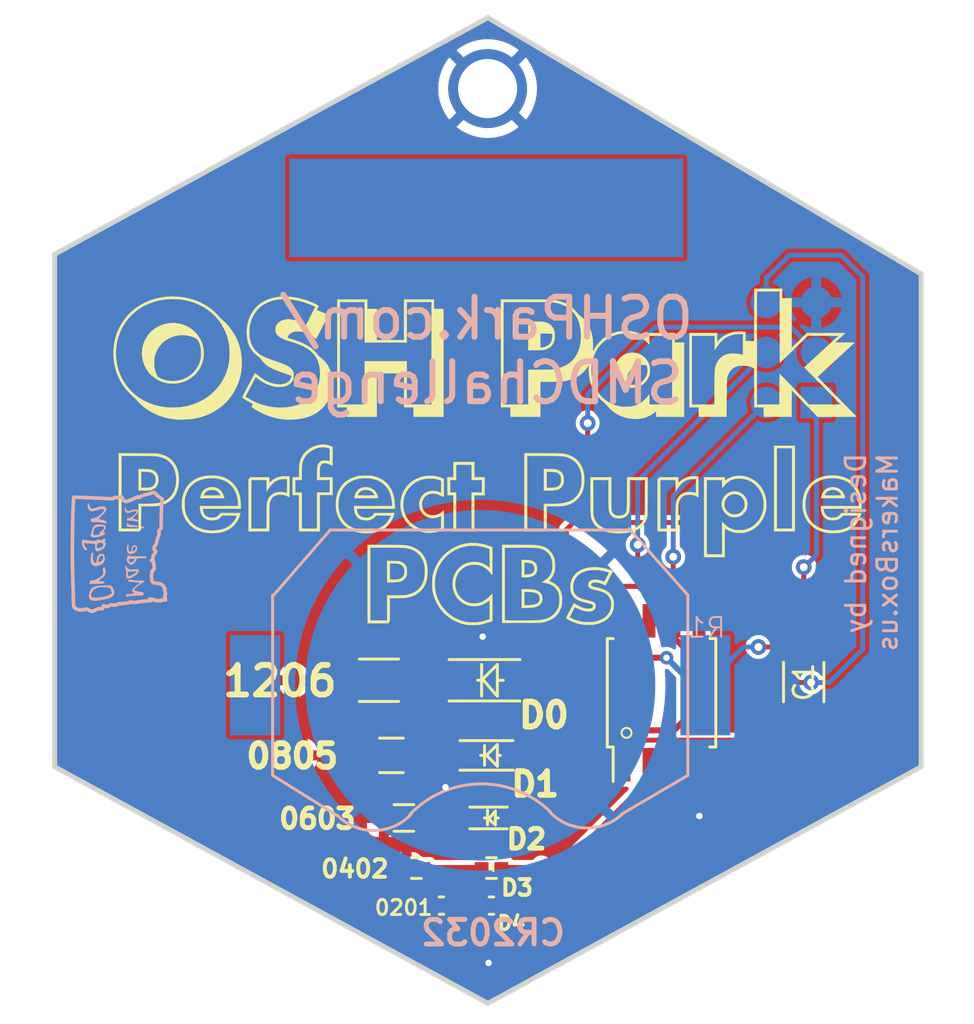
<source format=kicad_pcb>
(kicad_pcb (version 20201220) (generator pcbnew)
  (layers (0 "F.Cu" signal) (31 "B.Cu" signal) (34 "B.Paste" user) (35 "F.Paste" user) (36 "B.SilkS" user "B.Silkscreen") (37 "F.SilkS" user "F.Silkscreen") (38 "B.Mask" user) (39 "F.Mask" user) (44 "Edge.Cuts" user))
  (net 0 "")
  (net 1 "GND")
  (net 2 "+BATT")
  (net 3 "Net-(CON1-Pad1)")
  (net 4 "Net-(CON1-Pad3)")
  (net 5 "Net-(CON1-Pad4)")
  (net 6 "Net-(CON1-Pad5)")
  (net 7 "Net-(D1-Pad1)")
  (net 8 "Net-(D2-Pad1)")
  (net 9 "Net-(D3-Pad1)")
  (net 10 "Net-(D0-Pad1)")
  (net 11 "Net-(D3-Pad2)")
  (net 12 "Net-(D4-Pad2)")
  (net 13 "Net-(D4-Pad1)")
  (footprint "footprints:testPad" (layer "F.Cu") (at 200.4325 107.2475)
    (fp_text reference "PG2" hide)
    (fp_text value "CONN_01X01")
    (pad "1" smd oval (at 0 0) (size 0.508 0.762) (layers "F.Cu" "F.Paste" "F.Mask") (net 1 "GND"))
  )
  (footprint "footprints:R_1206" (layer "F.Cu") (at 203.0995 100.2625 180)
    (fp_text reference "R0" hide)
    (fp_text value "330")
    (pad "1" smd rect (at -1.778 0 180) (size 1.1 1.7) (layers "F.Cu" "F.Paste" "F.Mask") (net 10 "Net-(D0-Pad1)"))
    (pad "2" smd rect (at 1.651 0 180) (size 1.1 1.7) (layers "F.Cu" "F.Paste" "F.Mask") (net 1 "GND"))
  )
  (footprint "hex-smd-challenge:oshpark-v2-ppp" (layer "F.Cu") (at 212.94 106.03)
    (fp_text reference "Ref**" hide)
    (fp_text value "Val**" hide)
  )
  (footprint "footprints:testPad" (layer "F.Cu") (at 212.6245 100.2625)
    (fp_text reference "P0" hide)
    (fp_text value "CONN_01X01")
    (pad "1" smd oval (at 0 0) (size 0.508 0.762) (layers "F.Cu" "F.Paste" "F.Mask") (net 5 "Net-(CON1-Pad4)"))
  )
  (footprint "myFootPrints:MadeInOregonRev25" (layer "F.Cu") (at 189.895 93.75 -90)
    (fp_text reference "VAL" hide)
    (fp_text value "MadeInOregonRev25" hide)
  )
  (footprint "Pin_Headers:Pin_Header_Straight_1x01" (layer "F.Cu") (at 208.44 70.5)
    (fp_text reference "P1" hide)
    (fp_text value "CONN_01X01")
    (pad "" thru_hole circle (at 0.18 -0.25) (size 4 4) (drill 3) (layers *.Cu *.Mask) (net 1 "GND"))
  )
  (footprint "footprints:testPad" (layer "F.Cu") (at 204.687 111.6925)
    (fp_text reference "PG4" hide)
    (fp_text value "CONN_01X01")
    (pad "1" smd oval (at 0 0) (size 0.508 0.762) (layers "F.Cu" "F.Paste" "F.Mask") (net 1 "GND"))
  )
  (footprint "footprints:SOIJ-8_5.3x5.3mm_Pitch1.27mm" (layer "F.Cu") (at 217.4505 100.8975 90)
    (fp_text reference "IC1" hide)
    (fp_text value "IC1")
    (pad "1" smd rect (at -3.65 -1.905 90) (size 1.7 0.65) (layers "F.Cu" "F.Paste" "F.Mask") (net 6 "Net-(CON1-Pad5)"))
    (pad "2" smd rect (at -3.65 -0.635 90) (size 1.7 0.65) (layers "F.Cu" "F.Paste" "F.Mask") (net 11 "Net-(D3-Pad2)"))
    (pad "3" smd rect (at -3.65 0.635 90) (size 1.7 0.65) (layers "F.Cu" "F.Paste" "F.Mask") (net 12 "Net-(D4-Pad2)"))
    (pad "4" smd rect (at -3.65 1.905 90) (size 1.7 0.65) (layers "F.Cu" "F.Paste" "F.Mask") (net 1 "GND"))
    (pad "5" smd rect (at 3.65 1.905 90) (size 1.7 0.65) (layers "F.Cu" "F.Paste" "F.Mask") (net 5 "Net-(CON1-Pad4)"))
    (pad "6" smd rect (at 3.65 0.635 90) (size 1.7 0.65) (layers "F.Cu" "F.Paste" "F.Mask") (net 3 "Net-(CON1-Pad1)"))
    (pad "7" smd rect (at 3.65 -0.635 90) (size 1.7 0.65) (layers "F.Cu" "F.Paste" "F.Mask") (net 4 "Net-(CON1-Pad3)"))
    (pad "8" smd rect (at 3.65 -1.905 90) (size 1.7 0.65) (layers "F.Cu" "F.Paste" "F.Mask") (net 2 "+BATT"))
  )
  (footprint "footprints:R_0402" (layer "F.Cu") (at 205.0045 109.7875 180)
    (fp_text reference "R3" hide)
    (fp_text value "330")
    (pad "1" smd rect (at -0.4 0 180) (size 0.6 0.6) (layers "F.Cu" "F.Paste" "F.Mask") (net 9 "Net-(D3-Pad1)"))
    (pad "2" smd rect (at 0.5 0 180) (size 0.6 0.6) (layers "F.Cu" "F.Paste" "F.Mask") (net 1 "GND"))
  )
  (footprint "hex-smd-challenge:oshpark-v2-oshpark" (layer "F.Cu") (at 212.49 107.12)
    (fp_text reference "Ref**" hide)
    (fp_text value "Val**" hide)
  )
  (footprint "LED_0402" (layer "F.Cu") (at 208.8145 109.7875)
    (fp_text reference "D3" (at 1.3 1) (layer "F.SilkS") (effects (font (size 0.8 0.8) (thickness 0.2))))
    (fp_text value "LED")
    (pad "1" smd rect (at -0.5 0) (size 0.7 0.6) (layers "F.Cu" "F.Paste" "F.Mask") (net 9 "Net-(D3-Pad1)"))
    (pad "2" smd rect (at 0.5 0) (size 0.7 0.6) (layers "F.Cu" "F.Paste" "F.Mask") (net 11 "Net-(D3-Pad2)"))
  )
  (footprint "footprints:R_0805" (layer "F.Cu") (at 203.7345 104.0725 180)
    (fp_text reference "R1" hide)
    (fp_text value "330")
    (pad "1" smd rect (at -1.143 0 180) (size 0.9 1.3) (layers "F.Cu" "F.Paste" "F.Mask") (net 7 "Net-(D1-Pad1)"))
    (pad "2" smd rect (at 1.143 0 180) (size 0.9 1.3) (layers "F.Cu" "F.Paste" "F.Mask") (net 1 "GND"))
  )
  (footprint "footprints:testPad" (layer "F.Cu") (at 211.1005 111.6925)
    (fp_text reference "P4" hide)
    (fp_text value "CONN_01X01")
    (pad "1" smd oval (at 0 0) (size 0.508 0.762) (layers "F.Cu" "F.Paste" "F.Mask") (net 12 "Net-(D4-Pad2)"))
  )
  (footprint "footprints:testPad" (layer "F.Cu") (at 212.1165 104.0725)
    (fp_text reference "P1" hide)
    (fp_text value "CONN_01X01")
    (pad "1" smd oval (at 0 0) (size 0.508 0.762) (layers "F.Cu" "F.Paste" "F.Mask") (net 3 "Net-(CON1-Pad1)"))
  )
  (footprint "footprints:LED-0805" (layer "F.Cu") (at 208.8145 104.0725)
    (fp_text reference "D1" (at 2.2225 1.4605) (layer "F.SilkS") (effects (font (size 1.2 1.2) (thickness 0.3))))
    (fp_text value "LED")
    (pad "1" smd rect (at -1.27 0 180) (size 1.3 1.19888) (layers "F.Cu" "F.Paste" "F.Mask") (net 7 "Net-(D1-Pad1)"))
    (pad "2" smd rect (at 1.143 0 180) (size 1.3 1.19888) (layers "F.Cu" "F.Paste" "F.Mask") (net 3 "Net-(CON1-Pad1)"))
  )
  (footprint "footprints:testPad" (layer "F.Cu") (at 198.7815 100.2625)
    (fp_text reference "PG0" hide)
    (fp_text value "CONN_01X01")
    (pad "1" smd oval (at 0 0) (size 0.508 0.762) (layers "F.Cu" "F.Paste" "F.Mask") (net 1 "GND"))
  )
  (footprint "footprints:LED-0603" (layer "F.Cu") (at 208.8145 107.2475)
    (fp_text reference "D2" (at 1.778 1.0795) (layer "F.SilkS") (effects (font (thickness 0.25))))
    (fp_text value "LED")
    (pad "1" smd rect (at -0.889 0 180) (size 1 0.79756) (layers "F.Cu" "F.Paste" "F.Mask") (net 8 "Net-(D2-Pad1)"))
    (pad "2" smd rect (at 0.889 0 180) (size 1 0.79756) (layers "F.Cu" "F.Paste" "F.Mask") (net 4 "Net-(CON1-Pad3)"))
  )
  (footprint "footprints:testPad" (layer "F.Cu") (at 211.7355 107.2475)
    (fp_text reference "P2" hide)
    (fp_text value "CONN_01X01")
    (pad "1" smd oval (at 0 0) (size 0.508 0.762) (layers "F.Cu" "F.Paste" "F.Mask") (net 4 "Net-(CON1-Pad3)"))
  )
  (footprint "footprints:testPad" (layer "F.Cu") (at 199.226 104.0725)
    (fp_text reference "PG1" hide)
    (fp_text value "CONN_01X01")
    (pad "1" smd oval (at 0 0) (size 0.508 0.762) (layers "F.Cu" "F.Paste" "F.Mask") (net 1 "GND"))
  )
  (footprint "footprints:LED-1206" (layer "F.Cu") (at 208.8145 100.2625)
    (fp_text reference "D0" (at 2.667 1.778) (layer "F.SilkS") (effects (font (size 1.25 1.25) (thickness 0.3125))))
    (fp_text value "LED")
    (pad "1" smd rect (at -1.651 0 180) (size 1.7 1.80086) (layers "F.Cu" "F.Paste" "F.Mask") (net 10 "Net-(D0-Pad1)"))
    (pad "2" smd rect (at 1.524 0 180) (size 1.7 1.80086) (layers "F.Cu" "F.Paste" "F.Mask") (net 5 "Net-(CON1-Pad4)"))
  )
  (footprint "footprints:R_0603" (layer "F.Cu") (at 204.3695 107.2475 180)
    (fp_text reference "R2" hide)
    (fp_text value "330")
    (pad "1" smd rect (at -0.889 0 180) (size 0.7 0.9) (layers "F.Cu" "F.Paste" "F.Mask") (net 8 "Net-(D2-Pad1)"))
    (pad "2" smd rect (at 1.016 0 180) (size 0.7 0.9) (layers "F.Cu" "F.Paste" "F.Mask") (net 1 "GND"))
  )
  (footprint "footprints:R_0201" (layer "F.Cu") (at 206.2745 111.6925 180)
    (fp_text reference "R4" hide)
    (fp_text value "330")
    (pad "1" smd rect (at -0.4 0 180) (size 0.45 0.43) (layers "F.Cu" "F.Paste" "F.Mask") (net 13 "Net-(D4-Pad1)"))
    (pad "2" smd rect (at 0.4 0 180) (size 0.45 0.43) (layers "F.Cu" "F.Paste" "F.Mask") (net 1 "GND"))
  )
  (footprint "LED_0201" (layer "F.Cu") (at 208.8145 111.6925)
    (fp_text reference "D4" (at 1.016 0.889) (layer "F.SilkS") (effects (font (size 0.7 0.7) (thickness 0.175))))
    (fp_text value "LED")
    (pad "1" smd rect (at -0.3 0) (size 0.4 0.4) (layers "F.Cu" "F.Paste" "F.Mask") (net 13 "Net-(D4-Pad1)"))
    (pad "2" smd rect (at 0.3 0) (size 0.4 0.4) (layers "F.Cu" "F.Paste" "F.Mask") (net 12 "Net-(D4-Pad2)"))
  )
  (footprint "footprints:C_1206_HandSoldering" (layer "F.Cu") (at 224.67 100.353 90)
    (fp_text reference "C1" (at 0 0 270) (layer "F.SilkS"))
    (fp_text value "0.1 uF")
    (pad "1" smd rect (at -1.778 0 90) (size 1.6 1.6) (layers "F.Cu" "F.Paste" "F.Mask") (net 1 "GND"))
    (pad "2" smd rect (at 1.778 0 90) (size 1.6 1.6) (layers "F.Cu" "F.Paste" "F.Mask") (net 2 "+BATT"))
  )
  (footprint "footprints:testPad" (layer "F.Cu") (at 202.274 109.7875)
    (fp_text reference "PG3" hide)
    (fp_text value "CONN_01X01")
    (pad "1" smd oval (at 0 0) (size 0.508 0.762) (layers "F.Cu" "F.Paste" "F.Mask") (net 1 "GND"))
  )
  (footprint "footprints:testPad" (layer "F.Cu") (at 211.3545 109.7875)
    (fp_text reference "P3" hide)
    (fp_text value "CONN_01X01")
    (pad "1" smd oval (at 0 0) (size 0.508 0.762) (layers "F.Cu" "F.Paste" "F.Mask") (net 11 "Net-(D3-Pad2)"))
  )
  (footprint "footprints:AVR-ISP-6" (layer "B.Cu") (at 222.77 86.175)
    (fp_text reference "CON1" hide)
    (fp_text value "AVR-ISP-6" hide)
    (pad "1" smd oval (at 0 0) (size 1.6 1.6) (layers "B.Cu" "B.Paste" "B.Mask") (net 3 "Net-(CON1-Pad1)"))
    (pad "2" smd rect (at 2.54 0) (size 1.6 1.6) (layers "B.Cu" "B.Paste" "B.Mask") (net 2 "+BATT"))
    (pad "3" smd oval (at 0 -2.54) (size 1.6 1.6) (layers "B.Cu" "B.Paste" "B.Mask") (net 4 "Net-(CON1-Pad3)"))
    (pad "4" smd oval (at 2.54 -2.54) (size 1.6 1.6) (layers "B.Cu" "B.Paste" "B.Mask") (net 5 "Net-(CON1-Pad4)"))
    (pad "5" smd oval (at 0 -5.08) (size 1.6 1.6) (layers "B.Cu" "B.Paste" "B.Mask") (net 6 "Net-(CON1-Pad5)"))
    (pad "6" smd oval (at 2.54 -5.08) (size 1.6 1.6) (layers "B.Cu" "B.Paste" "B.Mask") (net 1 "GND"))
  )
  (footprint "footprints:BATT_CR2032_SMD" (layer "B.Cu") (at 208.245 100.515 180)
    (fp_text reference "BT1" hide)
    (fp_text value "Battery" hide)
    (pad "1" smd rect (at 11.43 0 180) (size 2.54 5.08) (layers "B.Cu" "B.Paste" "B.Mask"))
    (pad "1" smd rect (at -11.43 0 180) (size 2.54 5.08) (layers "B.Cu" "B.Paste" "B.Mask") (net 2 "+BATT"))
    (pad "2" smd circle (at 0 0 180) (size 17.78 17.78) (layers "B.Cu" "B.Paste" "B.Mask") (net 1 "GND"))
  )
  (footprint "Connect:1pin" (layer "B.Cu") (at 208.545 76.3)
    (fp_text reference "REF**" hide)
    (fp_text value "1pin")
    (pad "1" smd rect (at 0 0) (size 20 5) (layers "B.Cu" "B.Paste" "B.Mask"))
  )
  (gr_line (start 230.6338 104.652) (end 230.6338 79.652) (angle 90) (layer "Edge.Cuts") (width 0.254))
  (gr_line (start 186.6338 104.652) (end 208.6338 116.652) (angle 90) (layer "Edge.Cuts") (width 0.254))
  (gr_line (start 230.6338 79.652) (end 208.6338 66.652) (angle 90) (layer "Edge.Cuts") (width 0.254))
  (gr_line (start 186.6338 78.652) (end 186.6338 104.652) (angle 90) (layer "Edge.Cuts") (width 0.254))
  (gr_line (start 208.6338 116.652) (end 230.6338 104.652) (angle 90) (layer "Edge.Cuts") (width 0.254))
  (gr_line (start 208.6338 66.652) (end 186.6338 78.652) (angle 90) (layer "Edge.Cuts") (width 0.254))
  (gr_text "CR2032" (at 208.895 113.075) (layer "B.SilkS") (effects (font (size 1.25 1.25) (thickness 0.25)) (justify mirror)))
  (gr_text "OSHPark.com/\nSMDChallenge" (at 208.545 83.55) (layer "B.SilkS") (effects (font (size 2.032 1.905) (thickness 0.3048)) (justify mirror)))
  (gr_text "R1" (at 219.7365 97.5955) (layer "B.SilkS") (effects (font (size 1 1) (thickness 0.1)) (justify mirror)))
  (gr_text "Designed by\nMakersBox.us" (at 228.12 88.65 90) (layer "B.SilkS") (effects (font (size 1 1)) (justify left mirror)))
  (gr_text "0201" (at 204.3557 111.7981) (layer "F.SilkS") (effects (font (size 0.762 0.762))))
  (gr_text "0805" (at 198.7042 104.1146) (layer "F.SilkS") (effects (font (size 1.2 1.2) (thickness 0.3))))
  (gr_text "0603" (at 199.9742 107.2896) (layer "F.SilkS") (effects (font (size 1 1) (thickness 0.25))))
  (gr_text "1206" (at 198.0692 100.3046) (layer "F.SilkS") (effects (font (size 1.5 1.5) (thickness 0.3))))
  (gr_text "0402" (at 201.8792 109.8296) (layer "F.SilkS") (effects (font (size 0.889 0.889) (thickness 0.2))))
  (segment (start 204.687 111.6925) (end 205.8745 111.6925) (width 0.3048) (layer "F.Cu") (net 1))
  (segment (start 199.353 104.0725) (end 202.5915 104.0725) (width 0.3048) (layer "F.Cu") (net 1))
  (segment (start 200.4325 107.2475) (end 203.3535 107.2475) (width 0.3048) (layer "F.Cu") (net 1))
  (segment (start 204.5045 109.7875) (end 204.5045 111.51) (width 0.3048) (layer "F.Cu") (net 1))
  (segment (start 202.274 109.7875) (end 204.5045 109.7875) (width 0.3048) (layer "F.Cu") (net 1))
  (segment (start 219.3555 107.1355) (end 219.37 107.15) (width 0.3048) (layer "F.Cu") (net 1))
  (segment (start 204.5045 111.51) (end 204.687 111.6925) (width 0.3048) (layer "F.Cu") (net 1))
  (segment (start 201.4485 100.2625) (end 198.7815 100.2625) (width 0.3048) (layer "F.Cu") (net 1))
  (segment (start 219.3555 104.5475) (end 219.3555 107.1355) (width 0.3048) (layer "F.Cu") (net 1))
  (via (at 206.48 105.69) (size 0.6858) (drill 0.3302) (layers "F.Cu" "B.Cu") (net 1))
  (via (at 208.67 114.6) (size 0.6858) (drill 0.3302) (layers "F.Cu" "B.Cu") (net 1))
  (via (at 219.37 107.15) (size 0.6858) (drill 0.3302) (layers "F.Cu" "B.Cu") (net 1))
  (via (at 208.37 98.05) (size 0.6858) (drill 0.3302) (layers "F.Cu" "B.Cu") (net 1))
  (segment (start 215.5455 98.2305) (end 216.4345 99.1195) (width 0.3048) (layer "F.Cu") (net 2))
  (segment (start 224.67 98.575) (end 222.37 98.575) (width 0.25) (layer "F.Cu") (net 2))
  (segment (start 224.67 94.525) (end 224.67 98.575) (width 0.25) (layer "F.Cu") (net 2))
  (segment (start 216.4345 99.1195) (end 217.7045 99.1195) (width 0.3048) (layer "F.Cu") (net 2))
  (segment (start 215.5455 97.2475) (end 215.5455 98.2305) (width 0.3048) (layer "F.Cu") (net 2))
  (via (at 222.37 98.575) (size 0.8) (drill 0.4) (layers "F.Cu" "B.Cu") (net 2))
  (via (at 217.7045 99.1195) (size 0.6858) (drill 0.3302) (layers "F.Cu" "B.Cu") (net 2))
  (via (at 224.67 94.525) (size 0.8) (drill 0.4) (layers "F.Cu" "B.Cu") (net 2))
  (segment (start 222.37 98.575) (end 221.615 98.575) (width 0.25) (layer "B.Cu") (net 2))
  (segment (start 225.31 86.175) (end 225.32 86.185) (width 0.25) (layer "B.Cu") (net 2))
  (segment (start 225.32 93.9) (end 224.695 94.525) (width 0.25) (layer "B.Cu") (net 2))
  (segment (start 224.695 94.525) (end 224.67 94.525) (width 0.25) (layer "B.Cu") (net 2))
  (segment (start 217.7045 99.1195) (end 219.6095 101.0245) (width 0.3048) (layer "B.Cu") (net 2))
  (segment (start 225.32 86.185) (end 225.32 93.9) (width 0.25) (layer "B.Cu") (net 2))
  (segment (start 221.615 98.575) (end 219.675 100.515) (width 0.25) (layer "B.Cu") (net 2))
  (segment (start 212.1165 104.0725) (end 212.2435 104.0725) (width 0.3048) (layer "F.Cu") (net 3))
  (segment (start 218.0855 98.1035) (end 219.1015 99.1195) (width 0.3048) (layer "F.Cu") (net 3))
  (segment (start 213.3865 102.8025) (end 216.0535 102.8025) (width 0.3048) (layer "F.Cu") (net 3))
  (segment (start 213.3865 102.8025) (end 212.2435 104.0725) (width 0.3048) (layer "F.Cu") (net 3))
  (segment (start 218.0855 102.8025) (end 216.0535 102.8025) (width 0.3048) (layer "F.Cu") (net 3))
  (segment (start 218.045 94) (end 218.045 97.207) (width 0.25) (layer "F.Cu") (net 3))
  (segment (start 219.1015 101.7865) (end 218.0855 102.8025) (width 0.3048) (layer "F.Cu") (net 3))
  (segment (start 218.0855 97.2475) (end 218.0855 98.1035) (width 0.3048) (layer "F.Cu") (net 3))
  (segment (start 219.1015 99.1195) (end 219.1015 101.7865) (width 0.3048) (layer "F.Cu") (net 3))
  (segment (start 209.9575 104.0725) (end 212.1165 104.0725) (width 0.3048) (layer "F.Cu") (net 3))
  (segment (start 218.045 97.207) (end 218.0855 97.2475) (width 0.25) (layer "F.Cu") (net 3))
  (via (at 218.045 94) (size 0.8) (drill 0.4) (layers "F.Cu" "B.Cu") (net 3))
  (segment (start 218.045 90.9) (end 218.045 94) (width 0.25) (layer "B.Cu") (net 3))
  (segment (start 222.77 86.175) (end 218.045 90.9) (width 0.25) (layer "B.Cu") (net 3))
  (segment (start 214.0215 101.0245) (end 213.1325 101.9135) (width 0.3048) (layer "F.Cu") (net 4))
  (segment (start 216.24 93.39) (end 216.24 95.47) (width 0.25) (layer "F.Cu") (net 4))
  (segment (start 216.24 95.47) (end 216.27 95.5) (width 0.25) (layer "F.Cu") (net 4))
  (segment (start 208.8145 102.9295) (end 209.7035 102.0405) (width 0.3048) (layer "F.Cu") (net 4))
  (segment (start 215.45 95.5) (end 216.27 95.5) (width 0.25) (layer "F.Cu") (net 4))
  (segment (start 214.71 95.5) (end 215.45 95.5) (width 0.25) (layer "F.Cu") (net 4))
  (segment (start 216.8155 96.0455) (end 216.8155 97.2475) (width 0.25) (layer "F.Cu") (net 4))
  (segment (start 209.7035 107.2475) (end 209.7035 106.4855) (width 0.3048) (layer "F.Cu") (net 4))
  (segment (start 213.1325 101.9135) (end 209.8305 101.9135) (width 0.3048) (layer "F.Cu") (net 4))
  (segment (start 214.18 100.866) (end 214.18 96.03) (width 0.25) (layer "F.Cu") (net 4))
  (segment (start 214.0215 101.0245) (end 214.18 100.866) (width 0.25) (layer "F.Cu") (net 4))
  (segment (start 209.7035 106.4855) (end 208.8145 105.5965) (width 0.3048) (layer "F.Cu") (net 4))
  (segment (start 209.8305 101.9135) (end 209.7035 102.0405) (width 0.3048) (layer "F.Cu") (net 4))
  (segment (start 214.18 96.03) (end 214.71 95.5) (width 0.25) (layer "F.Cu") (net 4))
  (segment (start 208.8145 105.5965) (end 208.8145 102.9295) (width 0.3048) (layer "F.Cu") (net 4))
  (segment (start 216.27 95.5) (end 216.8155 96.0455) (width 0.25) (layer "F.Cu") (net 4))
  (segment (start 209.7035 107.2475) (end 211.7355 107.2475) (width 0.3048) (layer "F.Cu") (net 4))
  (via (at 216.24 93.39) (size 0.8) (drill 0.4) (layers "F.Cu" "B.Cu") (net 4))
  (segment (start 222.77 83.635) (end 216.24 90.165) (width 0.25) (layer "B.Cu") (net 4))
  (segment (start 216.24 90.165) (end 216.24 93.2) (width 0.25) (layer "B.Cu") (net 4))
  (segment (start 216.24 93.2) (end 216.24 93.39) (width 0.25) (layer "B.Cu") (net 4))
  (segment (start 213.7 92.26) (end 213.64 92.26) (width 0.25) (layer "F.Cu") (net 5))
  (segment (start 212.98 92.26) (end 214.04 92.26) (width 0.25) (layer "F.Cu") (net 5))
  (segment (start 219.3555 93.2055) (end 218.41 92.26) (width 0.25) (layer "F.Cu") (net 5))
  (segment (start 219.3555 97.2475) (end 219.3555 94.0395) (width 0.3048) (layer "F.Cu") (net 5))
  (segment (start 213.7 87.22) (end 213.7 87.74) (width 0.25) (layer "F.Cu") (net 5))
  (segment (start 214.19 92.26) (end 213.7 92.26) (width 0.25) (layer "F.Cu") (net 5))
  (segment (start 212.6245 94.6745) (end 212.6245 92.6155) (width 0.25) (layer "F.Cu") (net 5))
  (segment (start 212.6245 92.6155) (end 212.98 92.26) (width 0.25) (layer "F.Cu") (net 5))
  (segment (start 210.3385 100.2625) (end 212.6245 100.2625) (width 0.3048) (layer "F.Cu") (net 5))
  (segment (start 219.3555 94.0395) (end 219.3555 93.2055) (width 0.25) (layer "F.Cu") (net 5))
  (segment (start 218.41 92.26) (end 214.19 92.26) (width 0.25) (layer "F.Cu") (net 5))
  (segment (start 212.6245 100.2625) (end 212.6245 94.6745) (width 0.254) (layer "F.Cu") (net 5))
  (segment (start 213.7 87.74) (end 213.7 92.26) (width 0.25) (layer "F.Cu") (net 5))
  (via (at 213.7 87.22) (size 0.8) (drill 0.4) (layers "F.Cu" "B.Cu") (net 5))
  (segment (start 213.7 85.77) (end 213.7 87.22) (width 0.25) (layer "B.Cu") (net 5))
  (segment (start 214.12 85.35) (end 213.84 85.63) (width 0.25) (layer "B.Cu") (net 5))
  (segment (start 225.31 83.635) (end 224.025 82.35) (width 0.25) (layer "B.Cu") (net 5))
  (segment (start 224.025 82.35) (end 217.12 82.35) (width 0.25) (layer "B.Cu") (net 5))
  (segment (start 217.12 82.35) (end 214.12 85.35) (width 0.25) (layer "B.Cu") (net 5))
  (segment (start 213.84 85.63) (end 213.7 85.77) (width 0.25) (layer "B.Cu") (net 5))
  (segment (start 222.12 103.3) (end 215.695 103.3) (width 0.25) (layer "F.Cu") (net 6))
  (segment (start 222.545 101.425) (end 222.545 102.875) (width 0.25) (layer "F.Cu") (net 6))
  (segment (start 222.545 100.85) (end 223.02 100.375) (width 0.25) (layer "F.Cu") (net 6))
  (segment (start 222.545 102.875) (end 222.12 103.3) (width 0.25) (layer "F.Cu") (net 6))
  (segment (start 215.695 103.3) (end 215.5455 103.4495) (width 0.25) (layer "F.Cu") (net 6))
  (segment (start 215.5455 103.4495) (end 215.5455 104.5475) (width 0.25) (layer "F.Cu") (net 6))
  (segment (start 223.02 100.375) (end 225.045 100.375) (width 0.25) (layer "F.Cu") (net 6))
  (segment (start 222.545 101.425) (end 222.545 100.85) (width 0.25) (layer "F.Cu") (net 6))
  (via (at 225.045 100.375) (size 0.8) (drill 0.4) (layers "F.Cu" "B.Cu") (net 6))
  (segment (start 222.77 81.095) (end 222.77 79.875) (width 0.25) (layer "B.Cu") (net 6))
  (segment (start 225.97 100.375) (end 225.045 100.375) (width 0.25) (layer "B.Cu") (net 6))
  (segment (start 226.57 78.7) (end 227.67 79.8) (width 0.25) (layer "B.Cu") (net 6))
  (segment (start 223.945 78.7) (end 226.57 78.7) (width 0.25) (layer "B.Cu") (net 6))
  (segment (start 222.77 79.875) (end 223.945 78.7) (width 0.25) (layer "B.Cu") (net 6))
  (segment (start 227.67 98.675) (end 226.0575 100.2875) (width 0.25) (layer "B.Cu") (net 6))
  (segment (start 226.0575 100.2875) (end 225.97 100.375) (width 0.25) (layer "B.Cu") (net 6))
  (segment (start 227.67 79.8) (end 227.67 98.675) (width 0.25) (layer "B.Cu") (net 6))
  (segment (start 204.8775 104.0725) (end 207.5445 104.0725) (width 0.3048) (layer "F.Cu") (net 7))
  (segment (start 205.2585 107.2475) (end 207.9255 107.2475) (width 0.3048) (layer "F.Cu") (net 8))
  (segment (start 205.4045 109.7875) (end 208.2145 109.7875) (width 0.3048) (layer "F.Cu") (net 9))
  (segment (start 207.1635 100.2625) (end 204.8775 100.2625) (width 0.3048) (layer "F.Cu") (net 10))
  (segment (start 216.8155 105.3425) (end 216.8155 104.5475) (width 0.3048) (layer "F.Cu") (net 11))
  (segment (start 212.3705 109.7875) (end 216.8155 105.3425) (width 0.3048) (layer "F.Cu") (net 11))
  (segment (start 211.3545 109.7875) (end 212.3705 109.7875) (width 0.3048) (layer "F.Cu") (net 11))
  (segment (start 209.3145 109.7875) (end 211.3545 109.7875) (width 0.3048) (layer "F.Cu") (net 11))
  (segment (start 211.6085 111.6925) (end 218.0855 105.2155) (width 0.3048) (layer "F.Cu") (net 12))
  (segment (start 209.1145 111.6925) (end 209.7035 111.6925) (width 0.3048) (layer "F.Cu") (net 12))
  (segment (start 218.0855 105.2155) (end 218.0855 104.5475) (width 0.3048) (layer "F.Cu") (net 12))
  (segment (start 209.7035 111.6925) (end 211.1005 111.6925) (width 0.3048) (layer "F.Cu") (net 12))
  (segment (start 211.2275 111.6925) (end 211.6085 111.6925) (width 0.3048) (layer "F.Cu") (net 12))
  (segment (start 208.5145 111.6925) (end 207.9255 111.6925) (width 0.3048) (layer "F.Cu") (net 13))
  (segment (start 207.9255 111.6925) (end 206.6745 111.6925) (width 0.3048) (layer "F.Cu") (net 13))
  (zone (net 1) (net_name "GND") (layer "F.Cu") (connect_pads (clearance 0.254)) (min_thickness 0.2032) (fill yes (thermal_gap 0.508) (thermal_bridge_width 0.508))
    (polygon (pts (xy 233.323 117.5476) (xy 183.92 117.7) (xy 184.0724 65.757) (xy 233.323 65.9856)))
  )
  (zone (net 1) (net_name "GND") (layer "B.Cu") (connect_pads (clearance 0.2032)) (min_thickness 0.2) (fill yes (thermal_gap 0.508) (thermal_bridge_width 0.508))
    (polygon (pts (xy 233.264817 65.924315) (xy 183.861817 65.771915) (xy 184.014217 117.714915) (xy 233.264817 117.486315)))
  )
)
</source>
